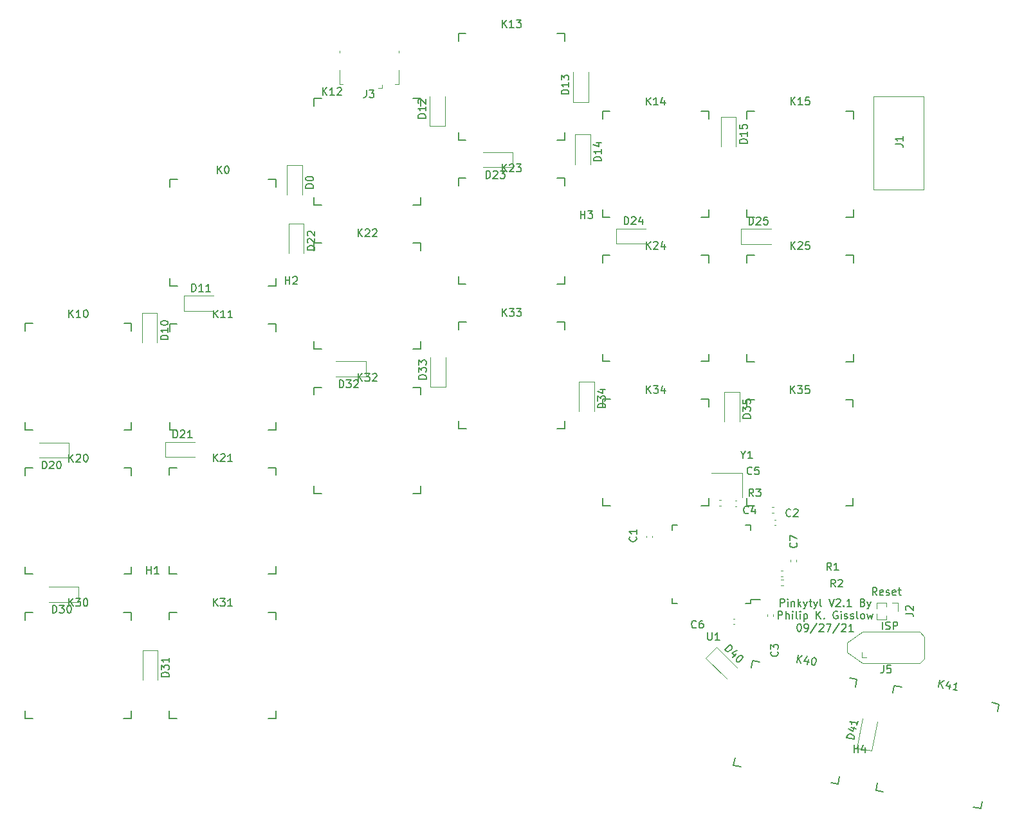
<source format=gbr>
%TF.GenerationSoftware,KiCad,Pcbnew,5.1.10*%
%TF.CreationDate,2021-10-18T20:14:54+02:00*%
%TF.ProjectId,pinkytyl_v2,70696e6b-7974-4796-9c5f-76322e6b6963,rev?*%
%TF.SameCoordinates,Original*%
%TF.FileFunction,Legend,Top*%
%TF.FilePolarity,Positive*%
%FSLAX46Y46*%
G04 Gerber Fmt 4.6, Leading zero omitted, Abs format (unit mm)*
G04 Created by KiCad (PCBNEW 5.1.10) date 2021-10-18 20:14:54*
%MOMM*%
%LPD*%
G01*
G04 APERTURE LIST*
%ADD10C,0.150000*%
%ADD11C,0.120000*%
G04 APERTURE END LIST*
D10*
X185423809Y-116632380D02*
X185423809Y-115632380D01*
X185852380Y-116584761D02*
X185995238Y-116632380D01*
X186233333Y-116632380D01*
X186328571Y-116584761D01*
X186376190Y-116537142D01*
X186423809Y-116441904D01*
X186423809Y-116346666D01*
X186376190Y-116251428D01*
X186328571Y-116203809D01*
X186233333Y-116156190D01*
X186042857Y-116108571D01*
X185947619Y-116060952D01*
X185900000Y-116013333D01*
X185852380Y-115918095D01*
X185852380Y-115822857D01*
X185900000Y-115727619D01*
X185947619Y-115680000D01*
X186042857Y-115632380D01*
X186280952Y-115632380D01*
X186423809Y-115680000D01*
X186852380Y-116632380D02*
X186852380Y-115632380D01*
X187233333Y-115632380D01*
X187328571Y-115680000D01*
X187376190Y-115727619D01*
X187423809Y-115822857D01*
X187423809Y-115965714D01*
X187376190Y-116060952D01*
X187328571Y-116108571D01*
X187233333Y-116156190D01*
X186852380Y-116156190D01*
X184701904Y-112132380D02*
X184368571Y-111656190D01*
X184130476Y-112132380D02*
X184130476Y-111132380D01*
X184511428Y-111132380D01*
X184606666Y-111180000D01*
X184654285Y-111227619D01*
X184701904Y-111322857D01*
X184701904Y-111465714D01*
X184654285Y-111560952D01*
X184606666Y-111608571D01*
X184511428Y-111656190D01*
X184130476Y-111656190D01*
X185511428Y-112084761D02*
X185416190Y-112132380D01*
X185225714Y-112132380D01*
X185130476Y-112084761D01*
X185082857Y-111989523D01*
X185082857Y-111608571D01*
X185130476Y-111513333D01*
X185225714Y-111465714D01*
X185416190Y-111465714D01*
X185511428Y-111513333D01*
X185559047Y-111608571D01*
X185559047Y-111703809D01*
X185082857Y-111799047D01*
X185940000Y-112084761D02*
X186035238Y-112132380D01*
X186225714Y-112132380D01*
X186320952Y-112084761D01*
X186368571Y-111989523D01*
X186368571Y-111941904D01*
X186320952Y-111846666D01*
X186225714Y-111799047D01*
X186082857Y-111799047D01*
X185987619Y-111751428D01*
X185940000Y-111656190D01*
X185940000Y-111608571D01*
X185987619Y-111513333D01*
X186082857Y-111465714D01*
X186225714Y-111465714D01*
X186320952Y-111513333D01*
X187178095Y-112084761D02*
X187082857Y-112132380D01*
X186892380Y-112132380D01*
X186797142Y-112084761D01*
X186749523Y-111989523D01*
X186749523Y-111608571D01*
X186797142Y-111513333D01*
X186892380Y-111465714D01*
X187082857Y-111465714D01*
X187178095Y-111513333D01*
X187225714Y-111608571D01*
X187225714Y-111703809D01*
X186749523Y-111799047D01*
X187511428Y-111465714D02*
X187892380Y-111465714D01*
X187654285Y-111132380D02*
X187654285Y-111989523D01*
X187701904Y-112084761D01*
X187797142Y-112132380D01*
X187892380Y-112132380D01*
X171961428Y-113602380D02*
X171961428Y-112602380D01*
X172342380Y-112602380D01*
X172437619Y-112650000D01*
X172485238Y-112697619D01*
X172532857Y-112792857D01*
X172532857Y-112935714D01*
X172485238Y-113030952D01*
X172437619Y-113078571D01*
X172342380Y-113126190D01*
X171961428Y-113126190D01*
X172961428Y-113602380D02*
X172961428Y-112935714D01*
X172961428Y-112602380D02*
X172913809Y-112650000D01*
X172961428Y-112697619D01*
X173009047Y-112650000D01*
X172961428Y-112602380D01*
X172961428Y-112697619D01*
X173437619Y-112935714D02*
X173437619Y-113602380D01*
X173437619Y-113030952D02*
X173485238Y-112983333D01*
X173580476Y-112935714D01*
X173723333Y-112935714D01*
X173818571Y-112983333D01*
X173866190Y-113078571D01*
X173866190Y-113602380D01*
X174342380Y-113602380D02*
X174342380Y-112602380D01*
X174437619Y-113221428D02*
X174723333Y-113602380D01*
X174723333Y-112935714D02*
X174342380Y-113316666D01*
X175056666Y-112935714D02*
X175294761Y-113602380D01*
X175532857Y-112935714D02*
X175294761Y-113602380D01*
X175199523Y-113840476D01*
X175151904Y-113888095D01*
X175056666Y-113935714D01*
X175770952Y-112935714D02*
X176151904Y-112935714D01*
X175913809Y-112602380D02*
X175913809Y-113459523D01*
X175961428Y-113554761D01*
X176056666Y-113602380D01*
X176151904Y-113602380D01*
X176390000Y-112935714D02*
X176628095Y-113602380D01*
X176866190Y-112935714D02*
X176628095Y-113602380D01*
X176532857Y-113840476D01*
X176485238Y-113888095D01*
X176390000Y-113935714D01*
X177390000Y-113602380D02*
X177294761Y-113554761D01*
X177247142Y-113459523D01*
X177247142Y-112602380D01*
X178390000Y-112602380D02*
X178723333Y-113602380D01*
X179056666Y-112602380D01*
X179342380Y-112697619D02*
X179390000Y-112650000D01*
X179485238Y-112602380D01*
X179723333Y-112602380D01*
X179818571Y-112650000D01*
X179866190Y-112697619D01*
X179913809Y-112792857D01*
X179913809Y-112888095D01*
X179866190Y-113030952D01*
X179294761Y-113602380D01*
X179913809Y-113602380D01*
X180342380Y-113507142D02*
X180390000Y-113554761D01*
X180342380Y-113602380D01*
X180294761Y-113554761D01*
X180342380Y-113507142D01*
X180342380Y-113602380D01*
X181342380Y-113602380D02*
X180770952Y-113602380D01*
X181056666Y-113602380D02*
X181056666Y-112602380D01*
X180961428Y-112745238D01*
X180866190Y-112840476D01*
X180770952Y-112888095D01*
X182866190Y-113078571D02*
X183009047Y-113126190D01*
X183056666Y-113173809D01*
X183104285Y-113269047D01*
X183104285Y-113411904D01*
X183056666Y-113507142D01*
X183009047Y-113554761D01*
X182913809Y-113602380D01*
X182532857Y-113602380D01*
X182532857Y-112602380D01*
X182866190Y-112602380D01*
X182961428Y-112650000D01*
X183009047Y-112697619D01*
X183056666Y-112792857D01*
X183056666Y-112888095D01*
X183009047Y-112983333D01*
X182961428Y-113030952D01*
X182866190Y-113078571D01*
X182532857Y-113078571D01*
X183437619Y-112935714D02*
X183675714Y-113602380D01*
X183913809Y-112935714D02*
X183675714Y-113602380D01*
X183580476Y-113840476D01*
X183532857Y-113888095D01*
X183437619Y-113935714D01*
X171699523Y-115252380D02*
X171699523Y-114252380D01*
X172080476Y-114252380D01*
X172175714Y-114300000D01*
X172223333Y-114347619D01*
X172270952Y-114442857D01*
X172270952Y-114585714D01*
X172223333Y-114680952D01*
X172175714Y-114728571D01*
X172080476Y-114776190D01*
X171699523Y-114776190D01*
X172699523Y-115252380D02*
X172699523Y-114252380D01*
X173128095Y-115252380D02*
X173128095Y-114728571D01*
X173080476Y-114633333D01*
X172985238Y-114585714D01*
X172842380Y-114585714D01*
X172747142Y-114633333D01*
X172699523Y-114680952D01*
X173604285Y-115252380D02*
X173604285Y-114585714D01*
X173604285Y-114252380D02*
X173556666Y-114300000D01*
X173604285Y-114347619D01*
X173651904Y-114300000D01*
X173604285Y-114252380D01*
X173604285Y-114347619D01*
X174223333Y-115252380D02*
X174128095Y-115204761D01*
X174080476Y-115109523D01*
X174080476Y-114252380D01*
X174604285Y-115252380D02*
X174604285Y-114585714D01*
X174604285Y-114252380D02*
X174556666Y-114300000D01*
X174604285Y-114347619D01*
X174651904Y-114300000D01*
X174604285Y-114252380D01*
X174604285Y-114347619D01*
X175080476Y-114585714D02*
X175080476Y-115585714D01*
X175080476Y-114633333D02*
X175175714Y-114585714D01*
X175366190Y-114585714D01*
X175461428Y-114633333D01*
X175509047Y-114680952D01*
X175556666Y-114776190D01*
X175556666Y-115061904D01*
X175509047Y-115157142D01*
X175461428Y-115204761D01*
X175366190Y-115252380D01*
X175175714Y-115252380D01*
X175080476Y-115204761D01*
X176747142Y-115252380D02*
X176747142Y-114252380D01*
X177318571Y-115252380D02*
X176890000Y-114680952D01*
X177318571Y-114252380D02*
X176747142Y-114823809D01*
X177747142Y-115157142D02*
X177794761Y-115204761D01*
X177747142Y-115252380D01*
X177699523Y-115204761D01*
X177747142Y-115157142D01*
X177747142Y-115252380D01*
X179509047Y-114300000D02*
X179413809Y-114252380D01*
X179270952Y-114252380D01*
X179128095Y-114300000D01*
X179032857Y-114395238D01*
X178985238Y-114490476D01*
X178937619Y-114680952D01*
X178937619Y-114823809D01*
X178985238Y-115014285D01*
X179032857Y-115109523D01*
X179128095Y-115204761D01*
X179270952Y-115252380D01*
X179366190Y-115252380D01*
X179509047Y-115204761D01*
X179556666Y-115157142D01*
X179556666Y-114823809D01*
X179366190Y-114823809D01*
X179985238Y-115252380D02*
X179985238Y-114585714D01*
X179985238Y-114252380D02*
X179937619Y-114300000D01*
X179985238Y-114347619D01*
X180032857Y-114300000D01*
X179985238Y-114252380D01*
X179985238Y-114347619D01*
X180413809Y-115204761D02*
X180509047Y-115252380D01*
X180699523Y-115252380D01*
X180794761Y-115204761D01*
X180842380Y-115109523D01*
X180842380Y-115061904D01*
X180794761Y-114966666D01*
X180699523Y-114919047D01*
X180556666Y-114919047D01*
X180461428Y-114871428D01*
X180413809Y-114776190D01*
X180413809Y-114728571D01*
X180461428Y-114633333D01*
X180556666Y-114585714D01*
X180699523Y-114585714D01*
X180794761Y-114633333D01*
X181223333Y-115204761D02*
X181318571Y-115252380D01*
X181509047Y-115252380D01*
X181604285Y-115204761D01*
X181651904Y-115109523D01*
X181651904Y-115061904D01*
X181604285Y-114966666D01*
X181509047Y-114919047D01*
X181366190Y-114919047D01*
X181270952Y-114871428D01*
X181223333Y-114776190D01*
X181223333Y-114728571D01*
X181270952Y-114633333D01*
X181366190Y-114585714D01*
X181509047Y-114585714D01*
X181604285Y-114633333D01*
X182223333Y-115252380D02*
X182128095Y-115204761D01*
X182080476Y-115109523D01*
X182080476Y-114252380D01*
X182747142Y-115252380D02*
X182651904Y-115204761D01*
X182604285Y-115157142D01*
X182556666Y-115061904D01*
X182556666Y-114776190D01*
X182604285Y-114680952D01*
X182651904Y-114633333D01*
X182747142Y-114585714D01*
X182890000Y-114585714D01*
X182985238Y-114633333D01*
X183032857Y-114680952D01*
X183080476Y-114776190D01*
X183080476Y-115061904D01*
X183032857Y-115157142D01*
X182985238Y-115204761D01*
X182890000Y-115252380D01*
X182747142Y-115252380D01*
X183413809Y-114585714D02*
X183604285Y-115252380D01*
X183794761Y-114776190D01*
X183985238Y-115252380D01*
X184175714Y-114585714D01*
X174413809Y-115902380D02*
X174509047Y-115902380D01*
X174604285Y-115950000D01*
X174651904Y-115997619D01*
X174699523Y-116092857D01*
X174747142Y-116283333D01*
X174747142Y-116521428D01*
X174699523Y-116711904D01*
X174651904Y-116807142D01*
X174604285Y-116854761D01*
X174509047Y-116902380D01*
X174413809Y-116902380D01*
X174318571Y-116854761D01*
X174270952Y-116807142D01*
X174223333Y-116711904D01*
X174175714Y-116521428D01*
X174175714Y-116283333D01*
X174223333Y-116092857D01*
X174270952Y-115997619D01*
X174318571Y-115950000D01*
X174413809Y-115902380D01*
X175223333Y-116902380D02*
X175413809Y-116902380D01*
X175509047Y-116854761D01*
X175556666Y-116807142D01*
X175651904Y-116664285D01*
X175699523Y-116473809D01*
X175699523Y-116092857D01*
X175651904Y-115997619D01*
X175604285Y-115950000D01*
X175509047Y-115902380D01*
X175318571Y-115902380D01*
X175223333Y-115950000D01*
X175175714Y-115997619D01*
X175128095Y-116092857D01*
X175128095Y-116330952D01*
X175175714Y-116426190D01*
X175223333Y-116473809D01*
X175318571Y-116521428D01*
X175509047Y-116521428D01*
X175604285Y-116473809D01*
X175651904Y-116426190D01*
X175699523Y-116330952D01*
X176842380Y-115854761D02*
X175985238Y-117140476D01*
X177128095Y-115997619D02*
X177175714Y-115950000D01*
X177270952Y-115902380D01*
X177509047Y-115902380D01*
X177604285Y-115950000D01*
X177651904Y-115997619D01*
X177699523Y-116092857D01*
X177699523Y-116188095D01*
X177651904Y-116330952D01*
X177080476Y-116902380D01*
X177699523Y-116902380D01*
X178032857Y-115902380D02*
X178699523Y-115902380D01*
X178270952Y-116902380D01*
X179794761Y-115854761D02*
X178937619Y-117140476D01*
X180080476Y-115997619D02*
X180128095Y-115950000D01*
X180223333Y-115902380D01*
X180461428Y-115902380D01*
X180556666Y-115950000D01*
X180604285Y-115997619D01*
X180651904Y-116092857D01*
X180651904Y-116188095D01*
X180604285Y-116330952D01*
X180032857Y-116902380D01*
X180651904Y-116902380D01*
X181604285Y-116902380D02*
X181032857Y-116902380D01*
X181318571Y-116902380D02*
X181318571Y-115902380D01*
X181223333Y-116045238D01*
X181128095Y-116140476D01*
X181032857Y-116188095D01*
%TO.C,K35*%
X180580000Y-86350000D02*
X181580000Y-86350000D01*
X181580000Y-86350000D02*
X181580000Y-87350000D01*
X181580000Y-99350000D02*
X181580000Y-100350000D01*
X181580000Y-100350000D02*
X180580000Y-100350000D01*
X168580000Y-100350000D02*
X167580000Y-100350000D01*
X167580000Y-100350000D02*
X167580000Y-99350000D01*
X167580000Y-87350000D02*
X167580000Y-86350000D01*
X167580000Y-86350000D02*
X168580000Y-86350000D01*
%TO.C,K33*%
X142620000Y-76170000D02*
X143620000Y-76170000D01*
X143620000Y-76170000D02*
X143620000Y-77170000D01*
X143620000Y-89170000D02*
X143620000Y-90170000D01*
X143620000Y-90170000D02*
X142620000Y-90170000D01*
X130620000Y-90170000D02*
X129620000Y-90170000D01*
X129620000Y-90170000D02*
X129620000Y-89170000D01*
X129620000Y-77170000D02*
X129620000Y-76170000D01*
X129620000Y-76170000D02*
X130620000Y-76170000D01*
%TO.C,K21*%
X104580000Y-95320000D02*
X105580000Y-95320000D01*
X105580000Y-95320000D02*
X105580000Y-96320000D01*
X105580000Y-108320000D02*
X105580000Y-109320000D01*
X105580000Y-109320000D02*
X104580000Y-109320000D01*
X92580000Y-109320000D02*
X91580000Y-109320000D01*
X91580000Y-109320000D02*
X91580000Y-108320000D01*
X91580000Y-96320000D02*
X91580000Y-95320000D01*
X91580000Y-95320000D02*
X92580000Y-95320000D01*
%TO.C,K20*%
X85580000Y-95360000D02*
X86580000Y-95360000D01*
X86580000Y-95360000D02*
X86580000Y-96360000D01*
X86580000Y-108360000D02*
X86580000Y-109360000D01*
X86580000Y-109360000D02*
X85580000Y-109360000D01*
X73580000Y-109360000D02*
X72580000Y-109360000D01*
X72580000Y-109360000D02*
X72580000Y-108360000D01*
X72580000Y-96360000D02*
X72580000Y-95360000D01*
X72580000Y-95360000D02*
X73580000Y-95360000D01*
%TO.C,K30*%
X85560000Y-114380000D02*
X86560000Y-114380000D01*
X86560000Y-114380000D02*
X86560000Y-115380000D01*
X86560000Y-127380000D02*
X86560000Y-128380000D01*
X86560000Y-128380000D02*
X85560000Y-128380000D01*
X73560000Y-128380000D02*
X72560000Y-128380000D01*
X72560000Y-128380000D02*
X72560000Y-127380000D01*
X72560000Y-115380000D02*
X72560000Y-114380000D01*
X72560000Y-114380000D02*
X73560000Y-114380000D01*
%TO.C,K31*%
X104580000Y-114370000D02*
X105580000Y-114370000D01*
X105580000Y-114370000D02*
X105580000Y-115370000D01*
X105580000Y-127370000D02*
X105580000Y-128370000D01*
X105580000Y-128370000D02*
X104580000Y-128370000D01*
X92580000Y-128370000D02*
X91580000Y-128370000D01*
X91580000Y-128370000D02*
X91580000Y-127370000D01*
X91580000Y-115370000D02*
X91580000Y-114370000D01*
X91580000Y-114370000D02*
X92580000Y-114370000D01*
%TO.C,K41*%
X199804384Y-126298235D02*
X200789192Y-126471883D01*
X200789192Y-126471883D02*
X200615543Y-127456691D01*
X198531765Y-139274384D02*
X198358117Y-140259192D01*
X198358117Y-140259192D02*
X197373309Y-140085543D01*
X185555616Y-138001765D02*
X184570808Y-137828117D01*
X184570808Y-137828117D02*
X184744457Y-136843309D01*
X186828235Y-125025616D02*
X187001883Y-124040808D01*
X187001883Y-124040808D02*
X187986691Y-124214457D01*
%TO.C,K40*%
X181104767Y-123043139D02*
X182088962Y-123220224D01*
X182088962Y-123220224D02*
X181911878Y-124204420D01*
X179786861Y-136014767D02*
X179609776Y-136998962D01*
X179609776Y-136998962D02*
X178625580Y-136821878D01*
X166815233Y-134696861D02*
X165831038Y-134519776D01*
X165831038Y-134519776D02*
X166008122Y-133535580D01*
X168133139Y-121725233D02*
X168310224Y-120741038D01*
X168310224Y-120741038D02*
X169294420Y-120918122D01*
%TO.C,K34*%
X161590000Y-86330000D02*
X162590000Y-86330000D01*
X162590000Y-86330000D02*
X162590000Y-87330000D01*
X162590000Y-99330000D02*
X162590000Y-100330000D01*
X162590000Y-100330000D02*
X161590000Y-100330000D01*
X149590000Y-100330000D02*
X148590000Y-100330000D01*
X148590000Y-100330000D02*
X148590000Y-99330000D01*
X148590000Y-87330000D02*
X148590000Y-86330000D01*
X148590000Y-86330000D02*
X149590000Y-86330000D01*
%TO.C,K32*%
X123620000Y-84740000D02*
X124620000Y-84740000D01*
X124620000Y-84740000D02*
X124620000Y-85740000D01*
X124620000Y-97740000D02*
X124620000Y-98740000D01*
X124620000Y-98740000D02*
X123620000Y-98740000D01*
X111620000Y-98740000D02*
X110620000Y-98740000D01*
X110620000Y-98740000D02*
X110620000Y-97740000D01*
X110620000Y-85740000D02*
X110620000Y-84740000D01*
X110620000Y-84740000D02*
X111620000Y-84740000D01*
%TO.C,K25*%
X180600000Y-67360000D02*
X181600000Y-67360000D01*
X181600000Y-67360000D02*
X181600000Y-68360000D01*
X181600000Y-80360000D02*
X181600000Y-81360000D01*
X181600000Y-81360000D02*
X180600000Y-81360000D01*
X168600000Y-81360000D02*
X167600000Y-81360000D01*
X167600000Y-81360000D02*
X167600000Y-80360000D01*
X167600000Y-68360000D02*
X167600000Y-67360000D01*
X167600000Y-67360000D02*
X168600000Y-67360000D01*
%TO.C,K24*%
X161580000Y-67330000D02*
X162580000Y-67330000D01*
X162580000Y-67330000D02*
X162580000Y-68330000D01*
X162580000Y-80330000D02*
X162580000Y-81330000D01*
X162580000Y-81330000D02*
X161580000Y-81330000D01*
X149580000Y-81330000D02*
X148580000Y-81330000D01*
X148580000Y-81330000D02*
X148580000Y-80330000D01*
X148580000Y-68330000D02*
X148580000Y-67330000D01*
X148580000Y-67330000D02*
X149580000Y-67330000D01*
%TO.C,K23*%
X142600000Y-57150000D02*
X143600000Y-57150000D01*
X143600000Y-57150000D02*
X143600000Y-58150000D01*
X143600000Y-70150000D02*
X143600000Y-71150000D01*
X143600000Y-71150000D02*
X142600000Y-71150000D01*
X130600000Y-71150000D02*
X129600000Y-71150000D01*
X129600000Y-71150000D02*
X129600000Y-70150000D01*
X129600000Y-58150000D02*
X129600000Y-57150000D01*
X129600000Y-57150000D02*
X130600000Y-57150000D01*
%TO.C,K22*%
X123620000Y-65700000D02*
X124620000Y-65700000D01*
X124620000Y-65700000D02*
X124620000Y-66700000D01*
X124620000Y-78700000D02*
X124620000Y-79700000D01*
X124620000Y-79700000D02*
X123620000Y-79700000D01*
X111620000Y-79700000D02*
X110620000Y-79700000D01*
X110620000Y-79700000D02*
X110620000Y-78700000D01*
X110620000Y-66700000D02*
X110620000Y-65700000D01*
X110620000Y-65700000D02*
X111620000Y-65700000D01*
%TO.C,K15*%
X180590000Y-48340000D02*
X181590000Y-48340000D01*
X181590000Y-48340000D02*
X181590000Y-49340000D01*
X181590000Y-61340000D02*
X181590000Y-62340000D01*
X181590000Y-62340000D02*
X180590000Y-62340000D01*
X168590000Y-62340000D02*
X167590000Y-62340000D01*
X167590000Y-62340000D02*
X167590000Y-61340000D01*
X167590000Y-49340000D02*
X167590000Y-48340000D01*
X167590000Y-48340000D02*
X168590000Y-48340000D01*
%TO.C,K14*%
X161570000Y-48360000D02*
X162570000Y-48360000D01*
X162570000Y-48360000D02*
X162570000Y-49360000D01*
X162570000Y-61360000D02*
X162570000Y-62360000D01*
X162570000Y-62360000D02*
X161570000Y-62360000D01*
X149570000Y-62360000D02*
X148570000Y-62360000D01*
X148570000Y-62360000D02*
X148570000Y-61360000D01*
X148570000Y-49360000D02*
X148570000Y-48360000D01*
X148570000Y-48360000D02*
X149570000Y-48360000D01*
%TO.C,K13*%
X142600000Y-38140000D02*
X143600000Y-38140000D01*
X143600000Y-38140000D02*
X143600000Y-39140000D01*
X143600000Y-51140000D02*
X143600000Y-52140000D01*
X143600000Y-52140000D02*
X142600000Y-52140000D01*
X130600000Y-52140000D02*
X129600000Y-52140000D01*
X129600000Y-52140000D02*
X129600000Y-51140000D01*
X129600000Y-39140000D02*
X129600000Y-38140000D01*
X129600000Y-38140000D02*
X130600000Y-38140000D01*
%TO.C,K12*%
X123610000Y-46690000D02*
X124610000Y-46690000D01*
X124610000Y-46690000D02*
X124610000Y-47690000D01*
X124610000Y-59690000D02*
X124610000Y-60690000D01*
X124610000Y-60690000D02*
X123610000Y-60690000D01*
X111610000Y-60690000D02*
X110610000Y-60690000D01*
X110610000Y-60690000D02*
X110610000Y-59690000D01*
X110610000Y-47690000D02*
X110610000Y-46690000D01*
X110610000Y-46690000D02*
X111610000Y-46690000D01*
%TO.C,K11*%
X104600000Y-76380000D02*
X105600000Y-76380000D01*
X105600000Y-76380000D02*
X105600000Y-77380000D01*
X105600000Y-89380000D02*
X105600000Y-90380000D01*
X105600000Y-90380000D02*
X104600000Y-90380000D01*
X92600000Y-90380000D02*
X91600000Y-90380000D01*
X91600000Y-90380000D02*
X91600000Y-89380000D01*
X91600000Y-77380000D02*
X91600000Y-76380000D01*
X91600000Y-76380000D02*
X92600000Y-76380000D01*
%TO.C,K10*%
X85580000Y-76340000D02*
X86580000Y-76340000D01*
X86580000Y-76340000D02*
X86580000Y-77340000D01*
X86580000Y-89340000D02*
X86580000Y-90340000D01*
X86580000Y-90340000D02*
X85580000Y-90340000D01*
X73580000Y-90340000D02*
X72580000Y-90340000D01*
X72580000Y-90340000D02*
X72580000Y-89340000D01*
X72580000Y-77340000D02*
X72580000Y-76340000D01*
X72580000Y-76340000D02*
X73580000Y-76340000D01*
%TO.C,K0*%
X104620000Y-57370000D02*
X105620000Y-57370000D01*
X105620000Y-57370000D02*
X105620000Y-58370000D01*
X105620000Y-70370000D02*
X105620000Y-71370000D01*
X105620000Y-71370000D02*
X104620000Y-71370000D01*
X92620000Y-71370000D02*
X91620000Y-71370000D01*
X91620000Y-71370000D02*
X91620000Y-70370000D01*
X91620000Y-58370000D02*
X91620000Y-57370000D01*
X91620000Y-57370000D02*
X92620000Y-57370000D01*
%TO.C,U1*%
X168095000Y-113245000D02*
X168095000Y-112670000D01*
X157745000Y-113245000D02*
X157745000Y-112570000D01*
X157745000Y-102895000D02*
X157745000Y-103570000D01*
X168095000Y-102895000D02*
X168095000Y-103570000D01*
X168095000Y-113245000D02*
X167420000Y-113245000D01*
X168095000Y-102895000D02*
X167420000Y-102895000D01*
X157745000Y-102895000D02*
X158420000Y-102895000D01*
X157745000Y-113245000D02*
X158420000Y-113245000D01*
X168095000Y-112670000D02*
X169370000Y-112670000D01*
D11*
%TO.C,J1*%
X190820000Y-46380000D02*
X190820000Y-58680000D01*
X190820000Y-58680000D02*
X184220000Y-58680000D01*
X184220000Y-58680000D02*
X184220000Y-46380000D01*
X184220000Y-46380000D02*
X190820000Y-46380000D01*
%TO.C,J2*%
X184705000Y-113120000D02*
X184705000Y-113922470D01*
X184705000Y-114537530D02*
X184705000Y-115340000D01*
X185910000Y-113120000D02*
X184705000Y-113120000D01*
X185910000Y-115340000D02*
X184705000Y-115340000D01*
X185910000Y-113120000D02*
X185910000Y-113666529D01*
X185910000Y-114793471D02*
X185910000Y-115340000D01*
X186670000Y-113120000D02*
X187430000Y-113120000D01*
X187430000Y-113120000D02*
X187430000Y-114230000D01*
%TO.C,D31*%
X90050000Y-119400000D02*
X90050000Y-123300000D01*
X88050000Y-119400000D02*
X88050000Y-123300000D01*
X90050000Y-119400000D02*
X88050000Y-119400000D01*
%TO.C,J3*%
X121740000Y-44772500D02*
X121290000Y-44772500D01*
X121740000Y-42922500D02*
X121740000Y-44772500D01*
X113940000Y-40372500D02*
X113940000Y-40622500D01*
X121740000Y-40372500D02*
X121740000Y-40622500D01*
X113940000Y-42922500D02*
X113940000Y-44772500D01*
X113940000Y-44772500D02*
X114390000Y-44772500D01*
X119540000Y-45322500D02*
X119090000Y-45322500D01*
X119540000Y-45322500D02*
X119540000Y-44872500D01*
%TO.C,Y1*%
X166950000Y-99290000D02*
X166950000Y-95990000D01*
X166950000Y-95990000D02*
X162950000Y-95990000D01*
%TO.C,C1*%
X154370000Y-104537836D02*
X154370000Y-104322164D01*
X155090000Y-104537836D02*
X155090000Y-104322164D01*
%TO.C,C2*%
X171182164Y-102910000D02*
X171397836Y-102910000D01*
X171182164Y-102190000D02*
X171397836Y-102190000D01*
%TO.C,C3*%
X171040000Y-114662164D02*
X171040000Y-114877836D01*
X170320000Y-114662164D02*
X170320000Y-114877836D01*
%TO.C,C4*%
X164147836Y-100310000D02*
X163932164Y-100310000D01*
X164147836Y-99590000D02*
X163932164Y-99590000D01*
%TO.C,C5*%
X166032164Y-100410000D02*
X166247836Y-100410000D01*
X166032164Y-99690000D02*
X166247836Y-99690000D01*
%TO.C,C6*%
X165762164Y-115960000D02*
X165977836Y-115960000D01*
X165762164Y-115240000D02*
X165977836Y-115240000D01*
%TO.C,C7*%
X173360000Y-107697836D02*
X173360000Y-107482164D01*
X174080000Y-107697836D02*
X174080000Y-107482164D01*
%TO.C,D0*%
X109070000Y-55500000D02*
X107070000Y-55500000D01*
X107070000Y-55500000D02*
X107070000Y-59400000D01*
X109070000Y-55500000D02*
X109070000Y-59400000D01*
%TO.C,D10*%
X89950000Y-74980000D02*
X89950000Y-78880000D01*
X87950000Y-74980000D02*
X87950000Y-78880000D01*
X89950000Y-74980000D02*
X87950000Y-74980000D01*
%TO.C,D11*%
X93460000Y-72670000D02*
X93460000Y-74670000D01*
X93460000Y-74670000D02*
X97360000Y-74670000D01*
X93460000Y-72670000D02*
X97360000Y-72670000D01*
%TO.C,D12*%
X125840000Y-50290000D02*
X125840000Y-46390000D01*
X127840000Y-50290000D02*
X127840000Y-46390000D01*
X125840000Y-50290000D02*
X127840000Y-50290000D01*
%TO.C,D13*%
X144710000Y-47140000D02*
X146710000Y-47140000D01*
X146710000Y-47140000D02*
X146710000Y-43240000D01*
X144710000Y-47140000D02*
X144710000Y-43240000D01*
%TO.C,D14*%
X146960000Y-51450000D02*
X146960000Y-55350000D01*
X144960000Y-51450000D02*
X144960000Y-55350000D01*
X146960000Y-51450000D02*
X144960000Y-51450000D01*
%TO.C,D15*%
X166170000Y-49120000D02*
X164170000Y-49120000D01*
X164170000Y-49120000D02*
X164170000Y-53020000D01*
X166170000Y-49120000D02*
X166170000Y-53020000D01*
%TO.C,D20*%
X78310000Y-94020000D02*
X74410000Y-94020000D01*
X78310000Y-92020000D02*
X74410000Y-92020000D01*
X78310000Y-94020000D02*
X78310000Y-92020000D01*
%TO.C,D21*%
X91050000Y-91940000D02*
X91050000Y-93940000D01*
X91050000Y-93940000D02*
X94950000Y-93940000D01*
X91050000Y-91940000D02*
X94950000Y-91940000D01*
%TO.C,D22*%
X109260000Y-63200000D02*
X109260000Y-67100000D01*
X107260000Y-63200000D02*
X107260000Y-67100000D01*
X109260000Y-63200000D02*
X107260000Y-63200000D01*
%TO.C,D23*%
X136720000Y-55760000D02*
X136720000Y-53760000D01*
X136720000Y-53760000D02*
X132820000Y-53760000D01*
X136720000Y-55760000D02*
X132820000Y-55760000D01*
%TO.C,D24*%
X150410000Y-63830000D02*
X154310000Y-63830000D01*
X150410000Y-65830000D02*
X154310000Y-65830000D01*
X150410000Y-63830000D02*
X150410000Y-65830000D01*
%TO.C,D25*%
X166850000Y-63860000D02*
X166850000Y-65860000D01*
X166850000Y-65860000D02*
X170750000Y-65860000D01*
X166850000Y-63860000D02*
X170750000Y-63860000D01*
%TO.C,D30*%
X79640000Y-113010000D02*
X79640000Y-111010000D01*
X79640000Y-111010000D02*
X75740000Y-111010000D01*
X79640000Y-113010000D02*
X75740000Y-113010000D01*
%TO.C,D32*%
X117410000Y-83340000D02*
X113510000Y-83340000D01*
X117410000Y-81340000D02*
X113510000Y-81340000D01*
X117410000Y-83340000D02*
X117410000Y-81340000D01*
%TO.C,D33*%
X125930000Y-84680000D02*
X127930000Y-84680000D01*
X127930000Y-84680000D02*
X127930000Y-80780000D01*
X125930000Y-84680000D02*
X125930000Y-80780000D01*
%TO.C,D34*%
X147510000Y-83970000D02*
X147510000Y-87870000D01*
X145510000Y-83970000D02*
X145510000Y-87870000D01*
X147510000Y-83970000D02*
X145510000Y-83970000D01*
%TO.C,D35*%
X166610000Y-85340000D02*
X164610000Y-85340000D01*
X164610000Y-85340000D02*
X164610000Y-89240000D01*
X166610000Y-85340000D02*
X166610000Y-89240000D01*
%TO.C,D40*%
X163586117Y-118961903D02*
X166343833Y-121719619D01*
X162171903Y-120376117D02*
X164929619Y-123133833D01*
X163586117Y-118961903D02*
X162171903Y-120376117D01*
%TO.C,D41*%
X182049053Y-132227852D02*
X184012307Y-132609470D01*
X184012307Y-132609470D02*
X184756462Y-128781124D01*
X182049053Y-132227852D02*
X182793208Y-128399506D01*
%TO.C,J5*%
X182725000Y-120300000D02*
X182725000Y-119665000D01*
X183360000Y-120300000D02*
X182725000Y-120300000D01*
X182800000Y-116980000D02*
X190380000Y-116980000D01*
X190980000Y-117580000D02*
X190980000Y-120480000D01*
X190380000Y-121080000D02*
X182800000Y-121080000D01*
X180820000Y-119680000D02*
X180820000Y-118380000D01*
X182800000Y-121080000D02*
X180820000Y-119680000D01*
X180820000Y-118380000D02*
X182800000Y-116980000D01*
X190380000Y-116980000D02*
X190980000Y-117580000D01*
X190380000Y-121080000D02*
X190980000Y-120480000D01*
%TO.C,R1*%
X172036359Y-109690000D02*
X172343641Y-109690000D01*
X172036359Y-108930000D02*
X172343641Y-108930000D01*
%TO.C,R2*%
X172056359Y-110110000D02*
X172363641Y-110110000D01*
X172056359Y-110870000D02*
X172363641Y-110870000D01*
%TO.C,R3*%
X170836359Y-100550000D02*
X171143641Y-100550000D01*
X170836359Y-101310000D02*
X171143641Y-101310000D01*
%TO.C,K35*%
D10*
X173365714Y-85547380D02*
X173365714Y-84547380D01*
X173937142Y-85547380D02*
X173508571Y-84975952D01*
X173937142Y-84547380D02*
X173365714Y-85118809D01*
X174270476Y-84547380D02*
X174889523Y-84547380D01*
X174556190Y-84928333D01*
X174699047Y-84928333D01*
X174794285Y-84975952D01*
X174841904Y-85023571D01*
X174889523Y-85118809D01*
X174889523Y-85356904D01*
X174841904Y-85452142D01*
X174794285Y-85499761D01*
X174699047Y-85547380D01*
X174413333Y-85547380D01*
X174318095Y-85499761D01*
X174270476Y-85452142D01*
X175794285Y-84547380D02*
X175318095Y-84547380D01*
X175270476Y-85023571D01*
X175318095Y-84975952D01*
X175413333Y-84928333D01*
X175651428Y-84928333D01*
X175746666Y-84975952D01*
X175794285Y-85023571D01*
X175841904Y-85118809D01*
X175841904Y-85356904D01*
X175794285Y-85452142D01*
X175746666Y-85499761D01*
X175651428Y-85547380D01*
X175413333Y-85547380D01*
X175318095Y-85499761D01*
X175270476Y-85452142D01*
%TO.C,K33*%
X135405714Y-75367380D02*
X135405714Y-74367380D01*
X135977142Y-75367380D02*
X135548571Y-74795952D01*
X135977142Y-74367380D02*
X135405714Y-74938809D01*
X136310476Y-74367380D02*
X136929523Y-74367380D01*
X136596190Y-74748333D01*
X136739047Y-74748333D01*
X136834285Y-74795952D01*
X136881904Y-74843571D01*
X136929523Y-74938809D01*
X136929523Y-75176904D01*
X136881904Y-75272142D01*
X136834285Y-75319761D01*
X136739047Y-75367380D01*
X136453333Y-75367380D01*
X136358095Y-75319761D01*
X136310476Y-75272142D01*
X137262857Y-74367380D02*
X137881904Y-74367380D01*
X137548571Y-74748333D01*
X137691428Y-74748333D01*
X137786666Y-74795952D01*
X137834285Y-74843571D01*
X137881904Y-74938809D01*
X137881904Y-75176904D01*
X137834285Y-75272142D01*
X137786666Y-75319761D01*
X137691428Y-75367380D01*
X137405714Y-75367380D01*
X137310476Y-75319761D01*
X137262857Y-75272142D01*
%TO.C,K21*%
X97365714Y-94517380D02*
X97365714Y-93517380D01*
X97937142Y-94517380D02*
X97508571Y-93945952D01*
X97937142Y-93517380D02*
X97365714Y-94088809D01*
X98318095Y-93612619D02*
X98365714Y-93565000D01*
X98460952Y-93517380D01*
X98699047Y-93517380D01*
X98794285Y-93565000D01*
X98841904Y-93612619D01*
X98889523Y-93707857D01*
X98889523Y-93803095D01*
X98841904Y-93945952D01*
X98270476Y-94517380D01*
X98889523Y-94517380D01*
X99841904Y-94517380D02*
X99270476Y-94517380D01*
X99556190Y-94517380D02*
X99556190Y-93517380D01*
X99460952Y-93660238D01*
X99365714Y-93755476D01*
X99270476Y-93803095D01*
%TO.C,K20*%
X78365714Y-94557380D02*
X78365714Y-93557380D01*
X78937142Y-94557380D02*
X78508571Y-93985952D01*
X78937142Y-93557380D02*
X78365714Y-94128809D01*
X79318095Y-93652619D02*
X79365714Y-93605000D01*
X79460952Y-93557380D01*
X79699047Y-93557380D01*
X79794285Y-93605000D01*
X79841904Y-93652619D01*
X79889523Y-93747857D01*
X79889523Y-93843095D01*
X79841904Y-93985952D01*
X79270476Y-94557380D01*
X79889523Y-94557380D01*
X80508571Y-93557380D02*
X80603809Y-93557380D01*
X80699047Y-93605000D01*
X80746666Y-93652619D01*
X80794285Y-93747857D01*
X80841904Y-93938333D01*
X80841904Y-94176428D01*
X80794285Y-94366904D01*
X80746666Y-94462142D01*
X80699047Y-94509761D01*
X80603809Y-94557380D01*
X80508571Y-94557380D01*
X80413333Y-94509761D01*
X80365714Y-94462142D01*
X80318095Y-94366904D01*
X80270476Y-94176428D01*
X80270476Y-93938333D01*
X80318095Y-93747857D01*
X80365714Y-93652619D01*
X80413333Y-93605000D01*
X80508571Y-93557380D01*
%TO.C,K30*%
X78345714Y-113577380D02*
X78345714Y-112577380D01*
X78917142Y-113577380D02*
X78488571Y-113005952D01*
X78917142Y-112577380D02*
X78345714Y-113148809D01*
X79250476Y-112577380D02*
X79869523Y-112577380D01*
X79536190Y-112958333D01*
X79679047Y-112958333D01*
X79774285Y-113005952D01*
X79821904Y-113053571D01*
X79869523Y-113148809D01*
X79869523Y-113386904D01*
X79821904Y-113482142D01*
X79774285Y-113529761D01*
X79679047Y-113577380D01*
X79393333Y-113577380D01*
X79298095Y-113529761D01*
X79250476Y-113482142D01*
X80488571Y-112577380D02*
X80583809Y-112577380D01*
X80679047Y-112625000D01*
X80726666Y-112672619D01*
X80774285Y-112767857D01*
X80821904Y-112958333D01*
X80821904Y-113196428D01*
X80774285Y-113386904D01*
X80726666Y-113482142D01*
X80679047Y-113529761D01*
X80583809Y-113577380D01*
X80488571Y-113577380D01*
X80393333Y-113529761D01*
X80345714Y-113482142D01*
X80298095Y-113386904D01*
X80250476Y-113196428D01*
X80250476Y-112958333D01*
X80298095Y-112767857D01*
X80345714Y-112672619D01*
X80393333Y-112625000D01*
X80488571Y-112577380D01*
%TO.C,K31*%
X97365714Y-113567380D02*
X97365714Y-112567380D01*
X97937142Y-113567380D02*
X97508571Y-112995952D01*
X97937142Y-112567380D02*
X97365714Y-113138809D01*
X98270476Y-112567380D02*
X98889523Y-112567380D01*
X98556190Y-112948333D01*
X98699047Y-112948333D01*
X98794285Y-112995952D01*
X98841904Y-113043571D01*
X98889523Y-113138809D01*
X98889523Y-113376904D01*
X98841904Y-113472142D01*
X98794285Y-113519761D01*
X98699047Y-113567380D01*
X98413333Y-113567380D01*
X98318095Y-113519761D01*
X98270476Y-113472142D01*
X99841904Y-113567380D02*
X99270476Y-113567380D01*
X99556190Y-113567380D02*
X99556190Y-112567380D01*
X99460952Y-112710238D01*
X99365714Y-112805476D01*
X99270476Y-112853095D01*
%TO.C,K41*%
X192839072Y-124255061D02*
X193012721Y-123270254D01*
X193401820Y-124354289D02*
X193078987Y-123717121D01*
X193575468Y-123369481D02*
X192913493Y-123833001D01*
X194361706Y-123846592D02*
X194245941Y-124503130D01*
X194193380Y-123430082D02*
X193834867Y-124092171D01*
X194444510Y-124199668D01*
X195277644Y-124685047D02*
X194714897Y-124585820D01*
X194996270Y-124635433D02*
X195169918Y-123650626D01*
X195051320Y-123774775D01*
X194940991Y-123852028D01*
X194838931Y-123882386D01*
%TO.C,K40*%
X174146630Y-120975664D02*
X174323715Y-119991469D01*
X174709028Y-121076856D02*
X174388421Y-120438565D01*
X174886112Y-120092660D02*
X174222524Y-120553866D01*
X175670680Y-120572512D02*
X175552624Y-121228643D01*
X175503809Y-120155417D02*
X175142987Y-120816251D01*
X175752251Y-120925875D01*
X176432705Y-120370936D02*
X176526438Y-120387801D01*
X176611739Y-120451533D01*
X176650172Y-120506832D01*
X176680174Y-120608998D01*
X176693310Y-120804896D01*
X176651147Y-121039228D01*
X176570550Y-121218261D01*
X176506818Y-121303562D01*
X176451519Y-121341996D01*
X176349354Y-121371997D01*
X176255621Y-121355132D01*
X176170320Y-121291400D01*
X176131886Y-121236101D01*
X176101885Y-121133935D01*
X176088749Y-120938037D01*
X176130912Y-120703705D01*
X176211509Y-120524671D01*
X176275241Y-120439371D01*
X176330540Y-120400937D01*
X176432705Y-120370936D01*
%TO.C,K34*%
X154375714Y-85527380D02*
X154375714Y-84527380D01*
X154947142Y-85527380D02*
X154518571Y-84955952D01*
X154947142Y-84527380D02*
X154375714Y-85098809D01*
X155280476Y-84527380D02*
X155899523Y-84527380D01*
X155566190Y-84908333D01*
X155709047Y-84908333D01*
X155804285Y-84955952D01*
X155851904Y-85003571D01*
X155899523Y-85098809D01*
X155899523Y-85336904D01*
X155851904Y-85432142D01*
X155804285Y-85479761D01*
X155709047Y-85527380D01*
X155423333Y-85527380D01*
X155328095Y-85479761D01*
X155280476Y-85432142D01*
X156756666Y-84860714D02*
X156756666Y-85527380D01*
X156518571Y-84479761D02*
X156280476Y-85194047D01*
X156899523Y-85194047D01*
%TO.C,K32*%
X116405714Y-83937380D02*
X116405714Y-82937380D01*
X116977142Y-83937380D02*
X116548571Y-83365952D01*
X116977142Y-82937380D02*
X116405714Y-83508809D01*
X117310476Y-82937380D02*
X117929523Y-82937380D01*
X117596190Y-83318333D01*
X117739047Y-83318333D01*
X117834285Y-83365952D01*
X117881904Y-83413571D01*
X117929523Y-83508809D01*
X117929523Y-83746904D01*
X117881904Y-83842142D01*
X117834285Y-83889761D01*
X117739047Y-83937380D01*
X117453333Y-83937380D01*
X117358095Y-83889761D01*
X117310476Y-83842142D01*
X118310476Y-83032619D02*
X118358095Y-82985000D01*
X118453333Y-82937380D01*
X118691428Y-82937380D01*
X118786666Y-82985000D01*
X118834285Y-83032619D01*
X118881904Y-83127857D01*
X118881904Y-83223095D01*
X118834285Y-83365952D01*
X118262857Y-83937380D01*
X118881904Y-83937380D01*
%TO.C,K25*%
X173385714Y-66557380D02*
X173385714Y-65557380D01*
X173957142Y-66557380D02*
X173528571Y-65985952D01*
X173957142Y-65557380D02*
X173385714Y-66128809D01*
X174338095Y-65652619D02*
X174385714Y-65605000D01*
X174480952Y-65557380D01*
X174719047Y-65557380D01*
X174814285Y-65605000D01*
X174861904Y-65652619D01*
X174909523Y-65747857D01*
X174909523Y-65843095D01*
X174861904Y-65985952D01*
X174290476Y-66557380D01*
X174909523Y-66557380D01*
X175814285Y-65557380D02*
X175338095Y-65557380D01*
X175290476Y-66033571D01*
X175338095Y-65985952D01*
X175433333Y-65938333D01*
X175671428Y-65938333D01*
X175766666Y-65985952D01*
X175814285Y-66033571D01*
X175861904Y-66128809D01*
X175861904Y-66366904D01*
X175814285Y-66462142D01*
X175766666Y-66509761D01*
X175671428Y-66557380D01*
X175433333Y-66557380D01*
X175338095Y-66509761D01*
X175290476Y-66462142D01*
%TO.C,K24*%
X154365714Y-66527380D02*
X154365714Y-65527380D01*
X154937142Y-66527380D02*
X154508571Y-65955952D01*
X154937142Y-65527380D02*
X154365714Y-66098809D01*
X155318095Y-65622619D02*
X155365714Y-65575000D01*
X155460952Y-65527380D01*
X155699047Y-65527380D01*
X155794285Y-65575000D01*
X155841904Y-65622619D01*
X155889523Y-65717857D01*
X155889523Y-65813095D01*
X155841904Y-65955952D01*
X155270476Y-66527380D01*
X155889523Y-66527380D01*
X156746666Y-65860714D02*
X156746666Y-66527380D01*
X156508571Y-65479761D02*
X156270476Y-66194047D01*
X156889523Y-66194047D01*
%TO.C,K23*%
X135385714Y-56347380D02*
X135385714Y-55347380D01*
X135957142Y-56347380D02*
X135528571Y-55775952D01*
X135957142Y-55347380D02*
X135385714Y-55918809D01*
X136338095Y-55442619D02*
X136385714Y-55395000D01*
X136480952Y-55347380D01*
X136719047Y-55347380D01*
X136814285Y-55395000D01*
X136861904Y-55442619D01*
X136909523Y-55537857D01*
X136909523Y-55633095D01*
X136861904Y-55775952D01*
X136290476Y-56347380D01*
X136909523Y-56347380D01*
X137242857Y-55347380D02*
X137861904Y-55347380D01*
X137528571Y-55728333D01*
X137671428Y-55728333D01*
X137766666Y-55775952D01*
X137814285Y-55823571D01*
X137861904Y-55918809D01*
X137861904Y-56156904D01*
X137814285Y-56252142D01*
X137766666Y-56299761D01*
X137671428Y-56347380D01*
X137385714Y-56347380D01*
X137290476Y-56299761D01*
X137242857Y-56252142D01*
%TO.C,K22*%
X116405714Y-64897380D02*
X116405714Y-63897380D01*
X116977142Y-64897380D02*
X116548571Y-64325952D01*
X116977142Y-63897380D02*
X116405714Y-64468809D01*
X117358095Y-63992619D02*
X117405714Y-63945000D01*
X117500952Y-63897380D01*
X117739047Y-63897380D01*
X117834285Y-63945000D01*
X117881904Y-63992619D01*
X117929523Y-64087857D01*
X117929523Y-64183095D01*
X117881904Y-64325952D01*
X117310476Y-64897380D01*
X117929523Y-64897380D01*
X118310476Y-63992619D02*
X118358095Y-63945000D01*
X118453333Y-63897380D01*
X118691428Y-63897380D01*
X118786666Y-63945000D01*
X118834285Y-63992619D01*
X118881904Y-64087857D01*
X118881904Y-64183095D01*
X118834285Y-64325952D01*
X118262857Y-64897380D01*
X118881904Y-64897380D01*
%TO.C,K15*%
X173375714Y-47537380D02*
X173375714Y-46537380D01*
X173947142Y-47537380D02*
X173518571Y-46965952D01*
X173947142Y-46537380D02*
X173375714Y-47108809D01*
X174899523Y-47537380D02*
X174328095Y-47537380D01*
X174613809Y-47537380D02*
X174613809Y-46537380D01*
X174518571Y-46680238D01*
X174423333Y-46775476D01*
X174328095Y-46823095D01*
X175804285Y-46537380D02*
X175328095Y-46537380D01*
X175280476Y-47013571D01*
X175328095Y-46965952D01*
X175423333Y-46918333D01*
X175661428Y-46918333D01*
X175756666Y-46965952D01*
X175804285Y-47013571D01*
X175851904Y-47108809D01*
X175851904Y-47346904D01*
X175804285Y-47442142D01*
X175756666Y-47489761D01*
X175661428Y-47537380D01*
X175423333Y-47537380D01*
X175328095Y-47489761D01*
X175280476Y-47442142D01*
%TO.C,K14*%
X154355714Y-47557380D02*
X154355714Y-46557380D01*
X154927142Y-47557380D02*
X154498571Y-46985952D01*
X154927142Y-46557380D02*
X154355714Y-47128809D01*
X155879523Y-47557380D02*
X155308095Y-47557380D01*
X155593809Y-47557380D02*
X155593809Y-46557380D01*
X155498571Y-46700238D01*
X155403333Y-46795476D01*
X155308095Y-46843095D01*
X156736666Y-46890714D02*
X156736666Y-47557380D01*
X156498571Y-46509761D02*
X156260476Y-47224047D01*
X156879523Y-47224047D01*
%TO.C,K13*%
X135385714Y-37337380D02*
X135385714Y-36337380D01*
X135957142Y-37337380D02*
X135528571Y-36765952D01*
X135957142Y-36337380D02*
X135385714Y-36908809D01*
X136909523Y-37337380D02*
X136338095Y-37337380D01*
X136623809Y-37337380D02*
X136623809Y-36337380D01*
X136528571Y-36480238D01*
X136433333Y-36575476D01*
X136338095Y-36623095D01*
X137242857Y-36337380D02*
X137861904Y-36337380D01*
X137528571Y-36718333D01*
X137671428Y-36718333D01*
X137766666Y-36765952D01*
X137814285Y-36813571D01*
X137861904Y-36908809D01*
X137861904Y-37146904D01*
X137814285Y-37242142D01*
X137766666Y-37289761D01*
X137671428Y-37337380D01*
X137385714Y-37337380D01*
X137290476Y-37289761D01*
X137242857Y-37242142D01*
%TO.C,K12*%
X111745714Y-46262380D02*
X111745714Y-45262380D01*
X112317142Y-46262380D02*
X111888571Y-45690952D01*
X112317142Y-45262380D02*
X111745714Y-45833809D01*
X113269523Y-46262380D02*
X112698095Y-46262380D01*
X112983809Y-46262380D02*
X112983809Y-45262380D01*
X112888571Y-45405238D01*
X112793333Y-45500476D01*
X112698095Y-45548095D01*
X113650476Y-45357619D02*
X113698095Y-45310000D01*
X113793333Y-45262380D01*
X114031428Y-45262380D01*
X114126666Y-45310000D01*
X114174285Y-45357619D01*
X114221904Y-45452857D01*
X114221904Y-45548095D01*
X114174285Y-45690952D01*
X113602857Y-46262380D01*
X114221904Y-46262380D01*
%TO.C,K11*%
X97385714Y-75577380D02*
X97385714Y-74577380D01*
X97957142Y-75577380D02*
X97528571Y-75005952D01*
X97957142Y-74577380D02*
X97385714Y-75148809D01*
X98909523Y-75577380D02*
X98338095Y-75577380D01*
X98623809Y-75577380D02*
X98623809Y-74577380D01*
X98528571Y-74720238D01*
X98433333Y-74815476D01*
X98338095Y-74863095D01*
X99861904Y-75577380D02*
X99290476Y-75577380D01*
X99576190Y-75577380D02*
X99576190Y-74577380D01*
X99480952Y-74720238D01*
X99385714Y-74815476D01*
X99290476Y-74863095D01*
%TO.C,K10*%
X78365714Y-75537380D02*
X78365714Y-74537380D01*
X78937142Y-75537380D02*
X78508571Y-74965952D01*
X78937142Y-74537380D02*
X78365714Y-75108809D01*
X79889523Y-75537380D02*
X79318095Y-75537380D01*
X79603809Y-75537380D02*
X79603809Y-74537380D01*
X79508571Y-74680238D01*
X79413333Y-74775476D01*
X79318095Y-74823095D01*
X80508571Y-74537380D02*
X80603809Y-74537380D01*
X80699047Y-74585000D01*
X80746666Y-74632619D01*
X80794285Y-74727857D01*
X80841904Y-74918333D01*
X80841904Y-75156428D01*
X80794285Y-75346904D01*
X80746666Y-75442142D01*
X80699047Y-75489761D01*
X80603809Y-75537380D01*
X80508571Y-75537380D01*
X80413333Y-75489761D01*
X80365714Y-75442142D01*
X80318095Y-75346904D01*
X80270476Y-75156428D01*
X80270476Y-74918333D01*
X80318095Y-74727857D01*
X80365714Y-74632619D01*
X80413333Y-74585000D01*
X80508571Y-74537380D01*
%TO.C,K0*%
X97881904Y-56567380D02*
X97881904Y-55567380D01*
X98453333Y-56567380D02*
X98024761Y-55995952D01*
X98453333Y-55567380D02*
X97881904Y-56138809D01*
X99072380Y-55567380D02*
X99167619Y-55567380D01*
X99262857Y-55615000D01*
X99310476Y-55662619D01*
X99358095Y-55757857D01*
X99405714Y-55948333D01*
X99405714Y-56186428D01*
X99358095Y-56376904D01*
X99310476Y-56472142D01*
X99262857Y-56519761D01*
X99167619Y-56567380D01*
X99072380Y-56567380D01*
X98977142Y-56519761D01*
X98929523Y-56472142D01*
X98881904Y-56376904D01*
X98834285Y-56186428D01*
X98834285Y-55948333D01*
X98881904Y-55757857D01*
X98929523Y-55662619D01*
X98977142Y-55615000D01*
X99072380Y-55567380D01*
%TO.C,U1*%
X162428095Y-117042380D02*
X162428095Y-117851904D01*
X162475714Y-117947142D01*
X162523333Y-117994761D01*
X162618571Y-118042380D01*
X162809047Y-118042380D01*
X162904285Y-117994761D01*
X162951904Y-117947142D01*
X162999523Y-117851904D01*
X162999523Y-117042380D01*
X163999523Y-118042380D02*
X163428095Y-118042380D01*
X163713809Y-118042380D02*
X163713809Y-117042380D01*
X163618571Y-117185238D01*
X163523333Y-117280476D01*
X163428095Y-117328095D01*
%TO.C,H4*%
X181678095Y-132882380D02*
X181678095Y-131882380D01*
X181678095Y-132358571D02*
X182249523Y-132358571D01*
X182249523Y-132882380D02*
X182249523Y-131882380D01*
X183154285Y-132215714D02*
X183154285Y-132882380D01*
X182916190Y-131834761D02*
X182678095Y-132549047D01*
X183297142Y-132549047D01*
%TO.C,H3*%
X145698095Y-62482380D02*
X145698095Y-61482380D01*
X145698095Y-61958571D02*
X146269523Y-61958571D01*
X146269523Y-62482380D02*
X146269523Y-61482380D01*
X146650476Y-61482380D02*
X147269523Y-61482380D01*
X146936190Y-61863333D01*
X147079047Y-61863333D01*
X147174285Y-61910952D01*
X147221904Y-61958571D01*
X147269523Y-62053809D01*
X147269523Y-62291904D01*
X147221904Y-62387142D01*
X147174285Y-62434761D01*
X147079047Y-62482380D01*
X146793333Y-62482380D01*
X146698095Y-62434761D01*
X146650476Y-62387142D01*
%TO.C,H2*%
X106828095Y-71162380D02*
X106828095Y-70162380D01*
X106828095Y-70638571D02*
X107399523Y-70638571D01*
X107399523Y-71162380D02*
X107399523Y-70162380D01*
X107828095Y-70257619D02*
X107875714Y-70210000D01*
X107970952Y-70162380D01*
X108209047Y-70162380D01*
X108304285Y-70210000D01*
X108351904Y-70257619D01*
X108399523Y-70352857D01*
X108399523Y-70448095D01*
X108351904Y-70590952D01*
X107780476Y-71162380D01*
X108399523Y-71162380D01*
%TO.C,H1*%
X88608095Y-109332380D02*
X88608095Y-108332380D01*
X88608095Y-108808571D02*
X89179523Y-108808571D01*
X89179523Y-109332380D02*
X89179523Y-108332380D01*
X90179523Y-109332380D02*
X89608095Y-109332380D01*
X89893809Y-109332380D02*
X89893809Y-108332380D01*
X89798571Y-108475238D01*
X89703333Y-108570476D01*
X89608095Y-108618095D01*
%TO.C,J1*%
X187112380Y-52683333D02*
X187826666Y-52683333D01*
X187969523Y-52730952D01*
X188064761Y-52826190D01*
X188112380Y-52969047D01*
X188112380Y-53064285D01*
X188112380Y-51683333D02*
X188112380Y-52254761D01*
X188112380Y-51969047D02*
X187112380Y-51969047D01*
X187255238Y-52064285D01*
X187350476Y-52159523D01*
X187398095Y-52254761D01*
%TO.C,J2*%
X188462380Y-114533333D02*
X189176666Y-114533333D01*
X189319523Y-114580952D01*
X189414761Y-114676190D01*
X189462380Y-114819047D01*
X189462380Y-114914285D01*
X188557619Y-114104761D02*
X188510000Y-114057142D01*
X188462380Y-113961904D01*
X188462380Y-113723809D01*
X188510000Y-113628571D01*
X188557619Y-113580952D01*
X188652857Y-113533333D01*
X188748095Y-113533333D01*
X188890952Y-113580952D01*
X189462380Y-114152380D01*
X189462380Y-113533333D01*
%TO.C,D31*%
X91502380Y-122864285D02*
X90502380Y-122864285D01*
X90502380Y-122626190D01*
X90550000Y-122483333D01*
X90645238Y-122388095D01*
X90740476Y-122340476D01*
X90930952Y-122292857D01*
X91073809Y-122292857D01*
X91264285Y-122340476D01*
X91359523Y-122388095D01*
X91454761Y-122483333D01*
X91502380Y-122626190D01*
X91502380Y-122864285D01*
X90502380Y-121959523D02*
X90502380Y-121340476D01*
X90883333Y-121673809D01*
X90883333Y-121530952D01*
X90930952Y-121435714D01*
X90978571Y-121388095D01*
X91073809Y-121340476D01*
X91311904Y-121340476D01*
X91407142Y-121388095D01*
X91454761Y-121435714D01*
X91502380Y-121530952D01*
X91502380Y-121816666D01*
X91454761Y-121911904D01*
X91407142Y-121959523D01*
X91502380Y-120388095D02*
X91502380Y-120959523D01*
X91502380Y-120673809D02*
X90502380Y-120673809D01*
X90645238Y-120769047D01*
X90740476Y-120864285D01*
X90788095Y-120959523D01*
%TO.C,J3*%
X117506666Y-45574880D02*
X117506666Y-46289166D01*
X117459047Y-46432023D01*
X117363809Y-46527261D01*
X117220952Y-46574880D01*
X117125714Y-46574880D01*
X117887619Y-45574880D02*
X118506666Y-45574880D01*
X118173333Y-45955833D01*
X118316190Y-45955833D01*
X118411428Y-46003452D01*
X118459047Y-46051071D01*
X118506666Y-46146309D01*
X118506666Y-46384404D01*
X118459047Y-46479642D01*
X118411428Y-46527261D01*
X118316190Y-46574880D01*
X118030476Y-46574880D01*
X117935238Y-46527261D01*
X117887619Y-46479642D01*
%TO.C,Y1*%
X167104246Y-93642250D02*
X167104246Y-94118440D01*
X166770913Y-93118440D02*
X167104246Y-93642250D01*
X167437579Y-93118440D01*
X168294722Y-94118440D02*
X167723294Y-94118440D01*
X168009008Y-94118440D02*
X168009008Y-93118440D01*
X167913770Y-93261298D01*
X167818532Y-93356536D01*
X167723294Y-93404155D01*
%TO.C,C1*%
X152997142Y-104436666D02*
X153044761Y-104484285D01*
X153092380Y-104627142D01*
X153092380Y-104722380D01*
X153044761Y-104865238D01*
X152949523Y-104960476D01*
X152854285Y-105008095D01*
X152663809Y-105055714D01*
X152520952Y-105055714D01*
X152330476Y-105008095D01*
X152235238Y-104960476D01*
X152140000Y-104865238D01*
X152092380Y-104722380D01*
X152092380Y-104627142D01*
X152140000Y-104484285D01*
X152187619Y-104436666D01*
X153092380Y-103484285D02*
X153092380Y-104055714D01*
X153092380Y-103770000D02*
X152092380Y-103770000D01*
X152235238Y-103865238D01*
X152330476Y-103960476D01*
X152378095Y-104055714D01*
%TO.C,C2*%
X173363333Y-101687142D02*
X173315714Y-101734761D01*
X173172857Y-101782380D01*
X173077619Y-101782380D01*
X172934761Y-101734761D01*
X172839523Y-101639523D01*
X172791904Y-101544285D01*
X172744285Y-101353809D01*
X172744285Y-101210952D01*
X172791904Y-101020476D01*
X172839523Y-100925238D01*
X172934761Y-100830000D01*
X173077619Y-100782380D01*
X173172857Y-100782380D01*
X173315714Y-100830000D01*
X173363333Y-100877619D01*
X173744285Y-100877619D02*
X173791904Y-100830000D01*
X173887142Y-100782380D01*
X174125238Y-100782380D01*
X174220476Y-100830000D01*
X174268095Y-100877619D01*
X174315714Y-100972857D01*
X174315714Y-101068095D01*
X174268095Y-101210952D01*
X173696666Y-101782380D01*
X174315714Y-101782380D01*
%TO.C,C3*%
X171617142Y-119576666D02*
X171664761Y-119624285D01*
X171712380Y-119767142D01*
X171712380Y-119862380D01*
X171664761Y-120005238D01*
X171569523Y-120100476D01*
X171474285Y-120148095D01*
X171283809Y-120195714D01*
X171140952Y-120195714D01*
X170950476Y-120148095D01*
X170855238Y-120100476D01*
X170760000Y-120005238D01*
X170712380Y-119862380D01*
X170712380Y-119767142D01*
X170760000Y-119624285D01*
X170807619Y-119576666D01*
X170712380Y-119243333D02*
X170712380Y-118624285D01*
X171093333Y-118957619D01*
X171093333Y-118814761D01*
X171140952Y-118719523D01*
X171188571Y-118671904D01*
X171283809Y-118624285D01*
X171521904Y-118624285D01*
X171617142Y-118671904D01*
X171664761Y-118719523D01*
X171712380Y-118814761D01*
X171712380Y-119100476D01*
X171664761Y-119195714D01*
X171617142Y-119243333D01*
%TO.C,C4*%
X167793333Y-101307142D02*
X167745714Y-101354761D01*
X167602857Y-101402380D01*
X167507619Y-101402380D01*
X167364761Y-101354761D01*
X167269523Y-101259523D01*
X167221904Y-101164285D01*
X167174285Y-100973809D01*
X167174285Y-100830952D01*
X167221904Y-100640476D01*
X167269523Y-100545238D01*
X167364761Y-100450000D01*
X167507619Y-100402380D01*
X167602857Y-100402380D01*
X167745714Y-100450000D01*
X167793333Y-100497619D01*
X168650476Y-100735714D02*
X168650476Y-101402380D01*
X168412380Y-100354761D02*
X168174285Y-101069047D01*
X168793333Y-101069047D01*
%TO.C,C5*%
X168243333Y-96147142D02*
X168195714Y-96194761D01*
X168052857Y-96242380D01*
X167957619Y-96242380D01*
X167814761Y-96194761D01*
X167719523Y-96099523D01*
X167671904Y-96004285D01*
X167624285Y-95813809D01*
X167624285Y-95670952D01*
X167671904Y-95480476D01*
X167719523Y-95385238D01*
X167814761Y-95290000D01*
X167957619Y-95242380D01*
X168052857Y-95242380D01*
X168195714Y-95290000D01*
X168243333Y-95337619D01*
X169148095Y-95242380D02*
X168671904Y-95242380D01*
X168624285Y-95718571D01*
X168671904Y-95670952D01*
X168767142Y-95623333D01*
X169005238Y-95623333D01*
X169100476Y-95670952D01*
X169148095Y-95718571D01*
X169195714Y-95813809D01*
X169195714Y-96051904D01*
X169148095Y-96147142D01*
X169100476Y-96194761D01*
X169005238Y-96242380D01*
X168767142Y-96242380D01*
X168671904Y-96194761D01*
X168624285Y-96147142D01*
%TO.C,C6*%
X160913333Y-116367142D02*
X160865714Y-116414761D01*
X160722857Y-116462380D01*
X160627619Y-116462380D01*
X160484761Y-116414761D01*
X160389523Y-116319523D01*
X160341904Y-116224285D01*
X160294285Y-116033809D01*
X160294285Y-115890952D01*
X160341904Y-115700476D01*
X160389523Y-115605238D01*
X160484761Y-115510000D01*
X160627619Y-115462380D01*
X160722857Y-115462380D01*
X160865714Y-115510000D01*
X160913333Y-115557619D01*
X161770476Y-115462380D02*
X161580000Y-115462380D01*
X161484761Y-115510000D01*
X161437142Y-115557619D01*
X161341904Y-115700476D01*
X161294285Y-115890952D01*
X161294285Y-116271904D01*
X161341904Y-116367142D01*
X161389523Y-116414761D01*
X161484761Y-116462380D01*
X161675238Y-116462380D01*
X161770476Y-116414761D01*
X161818095Y-116367142D01*
X161865714Y-116271904D01*
X161865714Y-116033809D01*
X161818095Y-115938571D01*
X161770476Y-115890952D01*
X161675238Y-115843333D01*
X161484761Y-115843333D01*
X161389523Y-115890952D01*
X161341904Y-115938571D01*
X161294285Y-116033809D01*
%TO.C,C7*%
X174117142Y-105226666D02*
X174164761Y-105274285D01*
X174212380Y-105417142D01*
X174212380Y-105512380D01*
X174164761Y-105655238D01*
X174069523Y-105750476D01*
X173974285Y-105798095D01*
X173783809Y-105845714D01*
X173640952Y-105845714D01*
X173450476Y-105798095D01*
X173355238Y-105750476D01*
X173260000Y-105655238D01*
X173212380Y-105512380D01*
X173212380Y-105417142D01*
X173260000Y-105274285D01*
X173307619Y-105226666D01*
X173212380Y-104893333D02*
X173212380Y-104226666D01*
X174212380Y-104655238D01*
%TO.C,D0*%
X110522380Y-58488095D02*
X109522380Y-58488095D01*
X109522380Y-58250000D01*
X109570000Y-58107142D01*
X109665238Y-58011904D01*
X109760476Y-57964285D01*
X109950952Y-57916666D01*
X110093809Y-57916666D01*
X110284285Y-57964285D01*
X110379523Y-58011904D01*
X110474761Y-58107142D01*
X110522380Y-58250000D01*
X110522380Y-58488095D01*
X109522380Y-57297619D02*
X109522380Y-57202380D01*
X109570000Y-57107142D01*
X109617619Y-57059523D01*
X109712857Y-57011904D01*
X109903333Y-56964285D01*
X110141428Y-56964285D01*
X110331904Y-57011904D01*
X110427142Y-57059523D01*
X110474761Y-57107142D01*
X110522380Y-57202380D01*
X110522380Y-57297619D01*
X110474761Y-57392857D01*
X110427142Y-57440476D01*
X110331904Y-57488095D01*
X110141428Y-57535714D01*
X109903333Y-57535714D01*
X109712857Y-57488095D01*
X109617619Y-57440476D01*
X109570000Y-57392857D01*
X109522380Y-57297619D01*
%TO.C,D10*%
X91402380Y-78444285D02*
X90402380Y-78444285D01*
X90402380Y-78206190D01*
X90450000Y-78063333D01*
X90545238Y-77968095D01*
X90640476Y-77920476D01*
X90830952Y-77872857D01*
X90973809Y-77872857D01*
X91164285Y-77920476D01*
X91259523Y-77968095D01*
X91354761Y-78063333D01*
X91402380Y-78206190D01*
X91402380Y-78444285D01*
X91402380Y-76920476D02*
X91402380Y-77491904D01*
X91402380Y-77206190D02*
X90402380Y-77206190D01*
X90545238Y-77301428D01*
X90640476Y-77396666D01*
X90688095Y-77491904D01*
X90402380Y-76301428D02*
X90402380Y-76206190D01*
X90450000Y-76110952D01*
X90497619Y-76063333D01*
X90592857Y-76015714D01*
X90783333Y-75968095D01*
X91021428Y-75968095D01*
X91211904Y-76015714D01*
X91307142Y-76063333D01*
X91354761Y-76110952D01*
X91402380Y-76206190D01*
X91402380Y-76301428D01*
X91354761Y-76396666D01*
X91307142Y-76444285D01*
X91211904Y-76491904D01*
X91021428Y-76539523D01*
X90783333Y-76539523D01*
X90592857Y-76491904D01*
X90497619Y-76444285D01*
X90450000Y-76396666D01*
X90402380Y-76301428D01*
%TO.C,D11*%
X94495714Y-72122380D02*
X94495714Y-71122380D01*
X94733809Y-71122380D01*
X94876666Y-71170000D01*
X94971904Y-71265238D01*
X95019523Y-71360476D01*
X95067142Y-71550952D01*
X95067142Y-71693809D01*
X95019523Y-71884285D01*
X94971904Y-71979523D01*
X94876666Y-72074761D01*
X94733809Y-72122380D01*
X94495714Y-72122380D01*
X96019523Y-72122380D02*
X95448095Y-72122380D01*
X95733809Y-72122380D02*
X95733809Y-71122380D01*
X95638571Y-71265238D01*
X95543333Y-71360476D01*
X95448095Y-71408095D01*
X96971904Y-72122380D02*
X96400476Y-72122380D01*
X96686190Y-72122380D02*
X96686190Y-71122380D01*
X96590952Y-71265238D01*
X96495714Y-71360476D01*
X96400476Y-71408095D01*
%TO.C,D12*%
X125292380Y-49254285D02*
X124292380Y-49254285D01*
X124292380Y-49016190D01*
X124340000Y-48873333D01*
X124435238Y-48778095D01*
X124530476Y-48730476D01*
X124720952Y-48682857D01*
X124863809Y-48682857D01*
X125054285Y-48730476D01*
X125149523Y-48778095D01*
X125244761Y-48873333D01*
X125292380Y-49016190D01*
X125292380Y-49254285D01*
X125292380Y-47730476D02*
X125292380Y-48301904D01*
X125292380Y-48016190D02*
X124292380Y-48016190D01*
X124435238Y-48111428D01*
X124530476Y-48206666D01*
X124578095Y-48301904D01*
X124387619Y-47349523D02*
X124340000Y-47301904D01*
X124292380Y-47206666D01*
X124292380Y-46968571D01*
X124340000Y-46873333D01*
X124387619Y-46825714D01*
X124482857Y-46778095D01*
X124578095Y-46778095D01*
X124720952Y-46825714D01*
X125292380Y-47397142D01*
X125292380Y-46778095D01*
%TO.C,D13*%
X144162380Y-46104285D02*
X143162380Y-46104285D01*
X143162380Y-45866190D01*
X143210000Y-45723333D01*
X143305238Y-45628095D01*
X143400476Y-45580476D01*
X143590952Y-45532857D01*
X143733809Y-45532857D01*
X143924285Y-45580476D01*
X144019523Y-45628095D01*
X144114761Y-45723333D01*
X144162380Y-45866190D01*
X144162380Y-46104285D01*
X144162380Y-44580476D02*
X144162380Y-45151904D01*
X144162380Y-44866190D02*
X143162380Y-44866190D01*
X143305238Y-44961428D01*
X143400476Y-45056666D01*
X143448095Y-45151904D01*
X143162380Y-44247142D02*
X143162380Y-43628095D01*
X143543333Y-43961428D01*
X143543333Y-43818571D01*
X143590952Y-43723333D01*
X143638571Y-43675714D01*
X143733809Y-43628095D01*
X143971904Y-43628095D01*
X144067142Y-43675714D01*
X144114761Y-43723333D01*
X144162380Y-43818571D01*
X144162380Y-44104285D01*
X144114761Y-44199523D01*
X144067142Y-44247142D01*
%TO.C,D14*%
X148412380Y-54914285D02*
X147412380Y-54914285D01*
X147412380Y-54676190D01*
X147460000Y-54533333D01*
X147555238Y-54438095D01*
X147650476Y-54390476D01*
X147840952Y-54342857D01*
X147983809Y-54342857D01*
X148174285Y-54390476D01*
X148269523Y-54438095D01*
X148364761Y-54533333D01*
X148412380Y-54676190D01*
X148412380Y-54914285D01*
X148412380Y-53390476D02*
X148412380Y-53961904D01*
X148412380Y-53676190D02*
X147412380Y-53676190D01*
X147555238Y-53771428D01*
X147650476Y-53866666D01*
X147698095Y-53961904D01*
X147745714Y-52533333D02*
X148412380Y-52533333D01*
X147364761Y-52771428D02*
X148079047Y-53009523D01*
X148079047Y-52390476D01*
%TO.C,D15*%
X167622380Y-52584285D02*
X166622380Y-52584285D01*
X166622380Y-52346190D01*
X166670000Y-52203333D01*
X166765238Y-52108095D01*
X166860476Y-52060476D01*
X167050952Y-52012857D01*
X167193809Y-52012857D01*
X167384285Y-52060476D01*
X167479523Y-52108095D01*
X167574761Y-52203333D01*
X167622380Y-52346190D01*
X167622380Y-52584285D01*
X167622380Y-51060476D02*
X167622380Y-51631904D01*
X167622380Y-51346190D02*
X166622380Y-51346190D01*
X166765238Y-51441428D01*
X166860476Y-51536666D01*
X166908095Y-51631904D01*
X166622380Y-50155714D02*
X166622380Y-50631904D01*
X167098571Y-50679523D01*
X167050952Y-50631904D01*
X167003333Y-50536666D01*
X167003333Y-50298571D01*
X167050952Y-50203333D01*
X167098571Y-50155714D01*
X167193809Y-50108095D01*
X167431904Y-50108095D01*
X167527142Y-50155714D01*
X167574761Y-50203333D01*
X167622380Y-50298571D01*
X167622380Y-50536666D01*
X167574761Y-50631904D01*
X167527142Y-50679523D01*
%TO.C,D20*%
X74845714Y-95472380D02*
X74845714Y-94472380D01*
X75083809Y-94472380D01*
X75226666Y-94520000D01*
X75321904Y-94615238D01*
X75369523Y-94710476D01*
X75417142Y-94900952D01*
X75417142Y-95043809D01*
X75369523Y-95234285D01*
X75321904Y-95329523D01*
X75226666Y-95424761D01*
X75083809Y-95472380D01*
X74845714Y-95472380D01*
X75798095Y-94567619D02*
X75845714Y-94520000D01*
X75940952Y-94472380D01*
X76179047Y-94472380D01*
X76274285Y-94520000D01*
X76321904Y-94567619D01*
X76369523Y-94662857D01*
X76369523Y-94758095D01*
X76321904Y-94900952D01*
X75750476Y-95472380D01*
X76369523Y-95472380D01*
X76988571Y-94472380D02*
X77083809Y-94472380D01*
X77179047Y-94520000D01*
X77226666Y-94567619D01*
X77274285Y-94662857D01*
X77321904Y-94853333D01*
X77321904Y-95091428D01*
X77274285Y-95281904D01*
X77226666Y-95377142D01*
X77179047Y-95424761D01*
X77083809Y-95472380D01*
X76988571Y-95472380D01*
X76893333Y-95424761D01*
X76845714Y-95377142D01*
X76798095Y-95281904D01*
X76750476Y-95091428D01*
X76750476Y-94853333D01*
X76798095Y-94662857D01*
X76845714Y-94567619D01*
X76893333Y-94520000D01*
X76988571Y-94472380D01*
%TO.C,D21*%
X92085714Y-91392380D02*
X92085714Y-90392380D01*
X92323809Y-90392380D01*
X92466666Y-90440000D01*
X92561904Y-90535238D01*
X92609523Y-90630476D01*
X92657142Y-90820952D01*
X92657142Y-90963809D01*
X92609523Y-91154285D01*
X92561904Y-91249523D01*
X92466666Y-91344761D01*
X92323809Y-91392380D01*
X92085714Y-91392380D01*
X93038095Y-90487619D02*
X93085714Y-90440000D01*
X93180952Y-90392380D01*
X93419047Y-90392380D01*
X93514285Y-90440000D01*
X93561904Y-90487619D01*
X93609523Y-90582857D01*
X93609523Y-90678095D01*
X93561904Y-90820952D01*
X92990476Y-91392380D01*
X93609523Y-91392380D01*
X94561904Y-91392380D02*
X93990476Y-91392380D01*
X94276190Y-91392380D02*
X94276190Y-90392380D01*
X94180952Y-90535238D01*
X94085714Y-90630476D01*
X93990476Y-90678095D01*
%TO.C,D22*%
X110712380Y-66664285D02*
X109712380Y-66664285D01*
X109712380Y-66426190D01*
X109760000Y-66283333D01*
X109855238Y-66188095D01*
X109950476Y-66140476D01*
X110140952Y-66092857D01*
X110283809Y-66092857D01*
X110474285Y-66140476D01*
X110569523Y-66188095D01*
X110664761Y-66283333D01*
X110712380Y-66426190D01*
X110712380Y-66664285D01*
X109807619Y-65711904D02*
X109760000Y-65664285D01*
X109712380Y-65569047D01*
X109712380Y-65330952D01*
X109760000Y-65235714D01*
X109807619Y-65188095D01*
X109902857Y-65140476D01*
X109998095Y-65140476D01*
X110140952Y-65188095D01*
X110712380Y-65759523D01*
X110712380Y-65140476D01*
X109807619Y-64759523D02*
X109760000Y-64711904D01*
X109712380Y-64616666D01*
X109712380Y-64378571D01*
X109760000Y-64283333D01*
X109807619Y-64235714D01*
X109902857Y-64188095D01*
X109998095Y-64188095D01*
X110140952Y-64235714D01*
X110712380Y-64807142D01*
X110712380Y-64188095D01*
%TO.C,D23*%
X133255714Y-57212380D02*
X133255714Y-56212380D01*
X133493809Y-56212380D01*
X133636666Y-56260000D01*
X133731904Y-56355238D01*
X133779523Y-56450476D01*
X133827142Y-56640952D01*
X133827142Y-56783809D01*
X133779523Y-56974285D01*
X133731904Y-57069523D01*
X133636666Y-57164761D01*
X133493809Y-57212380D01*
X133255714Y-57212380D01*
X134208095Y-56307619D02*
X134255714Y-56260000D01*
X134350952Y-56212380D01*
X134589047Y-56212380D01*
X134684285Y-56260000D01*
X134731904Y-56307619D01*
X134779523Y-56402857D01*
X134779523Y-56498095D01*
X134731904Y-56640952D01*
X134160476Y-57212380D01*
X134779523Y-57212380D01*
X135112857Y-56212380D02*
X135731904Y-56212380D01*
X135398571Y-56593333D01*
X135541428Y-56593333D01*
X135636666Y-56640952D01*
X135684285Y-56688571D01*
X135731904Y-56783809D01*
X135731904Y-57021904D01*
X135684285Y-57117142D01*
X135636666Y-57164761D01*
X135541428Y-57212380D01*
X135255714Y-57212380D01*
X135160476Y-57164761D01*
X135112857Y-57117142D01*
%TO.C,D24*%
X151445714Y-63282380D02*
X151445714Y-62282380D01*
X151683809Y-62282380D01*
X151826666Y-62330000D01*
X151921904Y-62425238D01*
X151969523Y-62520476D01*
X152017142Y-62710952D01*
X152017142Y-62853809D01*
X151969523Y-63044285D01*
X151921904Y-63139523D01*
X151826666Y-63234761D01*
X151683809Y-63282380D01*
X151445714Y-63282380D01*
X152398095Y-62377619D02*
X152445714Y-62330000D01*
X152540952Y-62282380D01*
X152779047Y-62282380D01*
X152874285Y-62330000D01*
X152921904Y-62377619D01*
X152969523Y-62472857D01*
X152969523Y-62568095D01*
X152921904Y-62710952D01*
X152350476Y-63282380D01*
X152969523Y-63282380D01*
X153826666Y-62615714D02*
X153826666Y-63282380D01*
X153588571Y-62234761D02*
X153350476Y-62949047D01*
X153969523Y-62949047D01*
%TO.C,D25*%
X167885714Y-63312380D02*
X167885714Y-62312380D01*
X168123809Y-62312380D01*
X168266666Y-62360000D01*
X168361904Y-62455238D01*
X168409523Y-62550476D01*
X168457142Y-62740952D01*
X168457142Y-62883809D01*
X168409523Y-63074285D01*
X168361904Y-63169523D01*
X168266666Y-63264761D01*
X168123809Y-63312380D01*
X167885714Y-63312380D01*
X168838095Y-62407619D02*
X168885714Y-62360000D01*
X168980952Y-62312380D01*
X169219047Y-62312380D01*
X169314285Y-62360000D01*
X169361904Y-62407619D01*
X169409523Y-62502857D01*
X169409523Y-62598095D01*
X169361904Y-62740952D01*
X168790476Y-63312380D01*
X169409523Y-63312380D01*
X170314285Y-62312380D02*
X169838095Y-62312380D01*
X169790476Y-62788571D01*
X169838095Y-62740952D01*
X169933333Y-62693333D01*
X170171428Y-62693333D01*
X170266666Y-62740952D01*
X170314285Y-62788571D01*
X170361904Y-62883809D01*
X170361904Y-63121904D01*
X170314285Y-63217142D01*
X170266666Y-63264761D01*
X170171428Y-63312380D01*
X169933333Y-63312380D01*
X169838095Y-63264761D01*
X169790476Y-63217142D01*
%TO.C,D30*%
X76175714Y-114462380D02*
X76175714Y-113462380D01*
X76413809Y-113462380D01*
X76556666Y-113510000D01*
X76651904Y-113605238D01*
X76699523Y-113700476D01*
X76747142Y-113890952D01*
X76747142Y-114033809D01*
X76699523Y-114224285D01*
X76651904Y-114319523D01*
X76556666Y-114414761D01*
X76413809Y-114462380D01*
X76175714Y-114462380D01*
X77080476Y-113462380D02*
X77699523Y-113462380D01*
X77366190Y-113843333D01*
X77509047Y-113843333D01*
X77604285Y-113890952D01*
X77651904Y-113938571D01*
X77699523Y-114033809D01*
X77699523Y-114271904D01*
X77651904Y-114367142D01*
X77604285Y-114414761D01*
X77509047Y-114462380D01*
X77223333Y-114462380D01*
X77128095Y-114414761D01*
X77080476Y-114367142D01*
X78318571Y-113462380D02*
X78413809Y-113462380D01*
X78509047Y-113510000D01*
X78556666Y-113557619D01*
X78604285Y-113652857D01*
X78651904Y-113843333D01*
X78651904Y-114081428D01*
X78604285Y-114271904D01*
X78556666Y-114367142D01*
X78509047Y-114414761D01*
X78413809Y-114462380D01*
X78318571Y-114462380D01*
X78223333Y-114414761D01*
X78175714Y-114367142D01*
X78128095Y-114271904D01*
X78080476Y-114081428D01*
X78080476Y-113843333D01*
X78128095Y-113652857D01*
X78175714Y-113557619D01*
X78223333Y-113510000D01*
X78318571Y-113462380D01*
%TO.C,D32*%
X113945714Y-84792380D02*
X113945714Y-83792380D01*
X114183809Y-83792380D01*
X114326666Y-83840000D01*
X114421904Y-83935238D01*
X114469523Y-84030476D01*
X114517142Y-84220952D01*
X114517142Y-84363809D01*
X114469523Y-84554285D01*
X114421904Y-84649523D01*
X114326666Y-84744761D01*
X114183809Y-84792380D01*
X113945714Y-84792380D01*
X114850476Y-83792380D02*
X115469523Y-83792380D01*
X115136190Y-84173333D01*
X115279047Y-84173333D01*
X115374285Y-84220952D01*
X115421904Y-84268571D01*
X115469523Y-84363809D01*
X115469523Y-84601904D01*
X115421904Y-84697142D01*
X115374285Y-84744761D01*
X115279047Y-84792380D01*
X114993333Y-84792380D01*
X114898095Y-84744761D01*
X114850476Y-84697142D01*
X115850476Y-83887619D02*
X115898095Y-83840000D01*
X115993333Y-83792380D01*
X116231428Y-83792380D01*
X116326666Y-83840000D01*
X116374285Y-83887619D01*
X116421904Y-83982857D01*
X116421904Y-84078095D01*
X116374285Y-84220952D01*
X115802857Y-84792380D01*
X116421904Y-84792380D01*
%TO.C,D33*%
X125382380Y-83644285D02*
X124382380Y-83644285D01*
X124382380Y-83406190D01*
X124430000Y-83263333D01*
X124525238Y-83168095D01*
X124620476Y-83120476D01*
X124810952Y-83072857D01*
X124953809Y-83072857D01*
X125144285Y-83120476D01*
X125239523Y-83168095D01*
X125334761Y-83263333D01*
X125382380Y-83406190D01*
X125382380Y-83644285D01*
X124382380Y-82739523D02*
X124382380Y-82120476D01*
X124763333Y-82453809D01*
X124763333Y-82310952D01*
X124810952Y-82215714D01*
X124858571Y-82168095D01*
X124953809Y-82120476D01*
X125191904Y-82120476D01*
X125287142Y-82168095D01*
X125334761Y-82215714D01*
X125382380Y-82310952D01*
X125382380Y-82596666D01*
X125334761Y-82691904D01*
X125287142Y-82739523D01*
X124382380Y-81787142D02*
X124382380Y-81168095D01*
X124763333Y-81501428D01*
X124763333Y-81358571D01*
X124810952Y-81263333D01*
X124858571Y-81215714D01*
X124953809Y-81168095D01*
X125191904Y-81168095D01*
X125287142Y-81215714D01*
X125334761Y-81263333D01*
X125382380Y-81358571D01*
X125382380Y-81644285D01*
X125334761Y-81739523D01*
X125287142Y-81787142D01*
%TO.C,D34*%
X148962380Y-87434285D02*
X147962380Y-87434285D01*
X147962380Y-87196190D01*
X148010000Y-87053333D01*
X148105238Y-86958095D01*
X148200476Y-86910476D01*
X148390952Y-86862857D01*
X148533809Y-86862857D01*
X148724285Y-86910476D01*
X148819523Y-86958095D01*
X148914761Y-87053333D01*
X148962380Y-87196190D01*
X148962380Y-87434285D01*
X147962380Y-86529523D02*
X147962380Y-85910476D01*
X148343333Y-86243809D01*
X148343333Y-86100952D01*
X148390952Y-86005714D01*
X148438571Y-85958095D01*
X148533809Y-85910476D01*
X148771904Y-85910476D01*
X148867142Y-85958095D01*
X148914761Y-86005714D01*
X148962380Y-86100952D01*
X148962380Y-86386666D01*
X148914761Y-86481904D01*
X148867142Y-86529523D01*
X148295714Y-85053333D02*
X148962380Y-85053333D01*
X147914761Y-85291428D02*
X148629047Y-85529523D01*
X148629047Y-84910476D01*
%TO.C,D35*%
X168062380Y-88804285D02*
X167062380Y-88804285D01*
X167062380Y-88566190D01*
X167110000Y-88423333D01*
X167205238Y-88328095D01*
X167300476Y-88280476D01*
X167490952Y-88232857D01*
X167633809Y-88232857D01*
X167824285Y-88280476D01*
X167919523Y-88328095D01*
X168014761Y-88423333D01*
X168062380Y-88566190D01*
X168062380Y-88804285D01*
X167062380Y-87899523D02*
X167062380Y-87280476D01*
X167443333Y-87613809D01*
X167443333Y-87470952D01*
X167490952Y-87375714D01*
X167538571Y-87328095D01*
X167633809Y-87280476D01*
X167871904Y-87280476D01*
X167967142Y-87328095D01*
X168014761Y-87375714D01*
X168062380Y-87470952D01*
X168062380Y-87756666D01*
X168014761Y-87851904D01*
X167967142Y-87899523D01*
X167062380Y-86375714D02*
X167062380Y-86851904D01*
X167538571Y-86899523D01*
X167490952Y-86851904D01*
X167443333Y-86756666D01*
X167443333Y-86518571D01*
X167490952Y-86423333D01*
X167538571Y-86375714D01*
X167633809Y-86328095D01*
X167871904Y-86328095D01*
X167967142Y-86375714D01*
X168014761Y-86423333D01*
X168062380Y-86518571D01*
X168062380Y-86756666D01*
X168014761Y-86851904D01*
X167967142Y-86899523D01*
%TO.C,D40*%
X164705702Y-119307037D02*
X165412809Y-118599931D01*
X165581168Y-118768289D01*
X165648511Y-118902976D01*
X165648511Y-119037663D01*
X165614839Y-119138679D01*
X165513824Y-119307037D01*
X165412809Y-119408053D01*
X165244450Y-119509068D01*
X165143435Y-119542740D01*
X165008748Y-119542740D01*
X164874061Y-119475396D01*
X164705702Y-119307037D01*
X166187259Y-119845785D02*
X165715855Y-120317190D01*
X166288275Y-119408053D02*
X165614839Y-119744770D01*
X166052572Y-120182503D01*
X166928038Y-120115160D02*
X166995381Y-120182503D01*
X167029053Y-120283518D01*
X167029053Y-120350862D01*
X166995381Y-120451877D01*
X166894366Y-120620236D01*
X166726007Y-120788595D01*
X166557649Y-120889610D01*
X166456633Y-120923282D01*
X166389290Y-120923282D01*
X166288275Y-120889610D01*
X166220931Y-120822266D01*
X166187259Y-120721251D01*
X166187259Y-120653908D01*
X166220931Y-120552892D01*
X166321946Y-120384534D01*
X166490305Y-120216175D01*
X166658664Y-120115160D01*
X166759679Y-120081488D01*
X166827023Y-120081488D01*
X166928038Y-120115160D01*
%TO.C,D41*%
X181709118Y-131106676D02*
X180727491Y-130915867D01*
X180772922Y-130682146D01*
X180846924Y-130551000D01*
X180958585Y-130475684D01*
X181061159Y-130447112D01*
X181257222Y-130436712D01*
X181397455Y-130463971D01*
X181575345Y-130547059D01*
X181659747Y-130611976D01*
X181735063Y-130723636D01*
X181754549Y-130872955D01*
X181709118Y-131106676D01*
X181327284Y-129577145D02*
X181981703Y-129704351D01*
X180907901Y-129738177D02*
X181563632Y-130108190D01*
X181681752Y-129500516D01*
X182181598Y-128675980D02*
X182072564Y-129236910D01*
X182127081Y-128956445D02*
X181145454Y-128765636D01*
X181267514Y-128886382D01*
X181342830Y-128998043D01*
X181371402Y-129100618D01*
%TO.C,J5*%
X185566666Y-121382380D02*
X185566666Y-122096666D01*
X185519047Y-122239523D01*
X185423809Y-122334761D01*
X185280952Y-122382380D01*
X185185714Y-122382380D01*
X186519047Y-121382380D02*
X186042857Y-121382380D01*
X185995238Y-121858571D01*
X186042857Y-121810952D01*
X186138095Y-121763333D01*
X186376190Y-121763333D01*
X186471428Y-121810952D01*
X186519047Y-121858571D01*
X186566666Y-121953809D01*
X186566666Y-122191904D01*
X186519047Y-122287142D01*
X186471428Y-122334761D01*
X186376190Y-122382380D01*
X186138095Y-122382380D01*
X186042857Y-122334761D01*
X185995238Y-122287142D01*
%TO.C,R1*%
X178703333Y-108842380D02*
X178370000Y-108366190D01*
X178131904Y-108842380D02*
X178131904Y-107842380D01*
X178512857Y-107842380D01*
X178608095Y-107890000D01*
X178655714Y-107937619D01*
X178703333Y-108032857D01*
X178703333Y-108175714D01*
X178655714Y-108270952D01*
X178608095Y-108318571D01*
X178512857Y-108366190D01*
X178131904Y-108366190D01*
X179655714Y-108842380D02*
X179084285Y-108842380D01*
X179370000Y-108842380D02*
X179370000Y-107842380D01*
X179274761Y-107985238D01*
X179179523Y-108080476D01*
X179084285Y-108128095D01*
%TO.C,R2*%
X179223333Y-111052380D02*
X178890000Y-110576190D01*
X178651904Y-111052380D02*
X178651904Y-110052380D01*
X179032857Y-110052380D01*
X179128095Y-110100000D01*
X179175714Y-110147619D01*
X179223333Y-110242857D01*
X179223333Y-110385714D01*
X179175714Y-110480952D01*
X179128095Y-110528571D01*
X179032857Y-110576190D01*
X178651904Y-110576190D01*
X179604285Y-110147619D02*
X179651904Y-110100000D01*
X179747142Y-110052380D01*
X179985238Y-110052380D01*
X180080476Y-110100000D01*
X180128095Y-110147619D01*
X180175714Y-110242857D01*
X180175714Y-110338095D01*
X180128095Y-110480952D01*
X179556666Y-111052380D01*
X180175714Y-111052380D01*
%TO.C,R3*%
X168453333Y-99112380D02*
X168120000Y-98636190D01*
X167881904Y-99112380D02*
X167881904Y-98112380D01*
X168262857Y-98112380D01*
X168358095Y-98160000D01*
X168405714Y-98207619D01*
X168453333Y-98302857D01*
X168453333Y-98445714D01*
X168405714Y-98540952D01*
X168358095Y-98588571D01*
X168262857Y-98636190D01*
X167881904Y-98636190D01*
X168786666Y-98112380D02*
X169405714Y-98112380D01*
X169072380Y-98493333D01*
X169215238Y-98493333D01*
X169310476Y-98540952D01*
X169358095Y-98588571D01*
X169405714Y-98683809D01*
X169405714Y-98921904D01*
X169358095Y-99017142D01*
X169310476Y-99064761D01*
X169215238Y-99112380D01*
X168929523Y-99112380D01*
X168834285Y-99064761D01*
X168786666Y-99017142D01*
%TD*%
M02*

</source>
